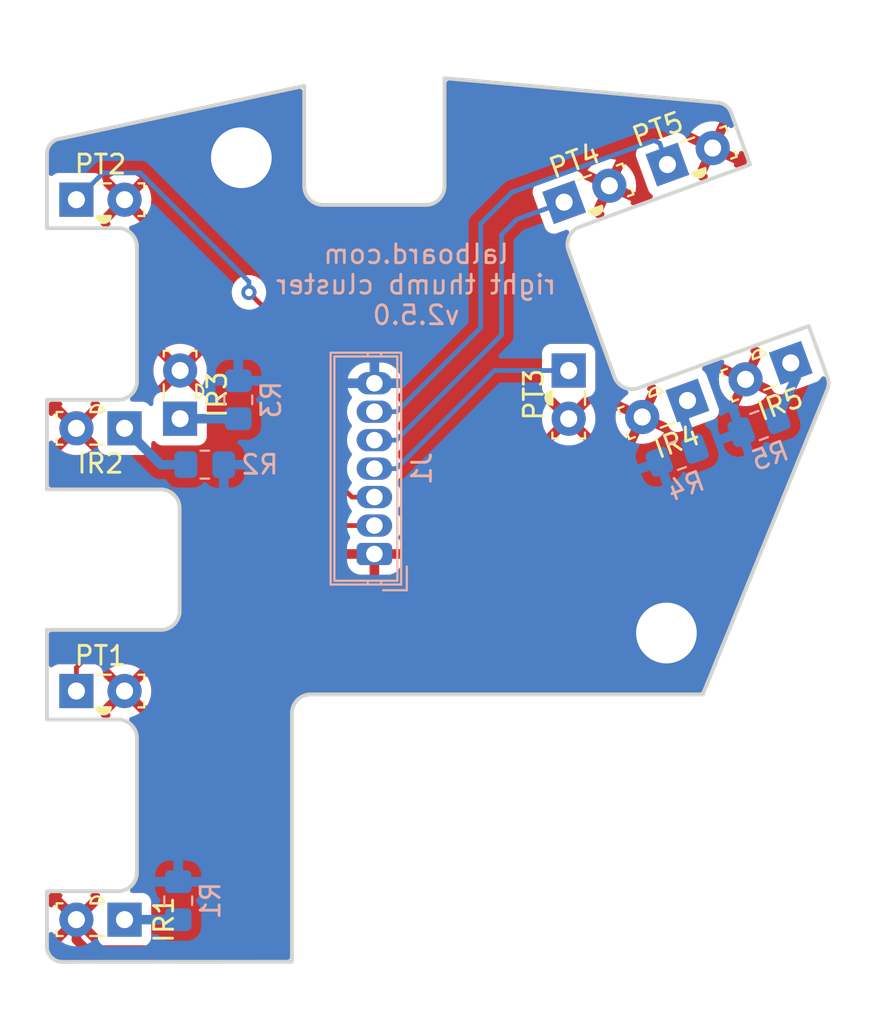
<source format=kicad_pcb>
(kicad_pcb (version 20221018) (generator pcbnew)
  (layers (0 "F.Cu" signal) (31 "B.Cu" signal) (34 "B.Paste" user) (35 "F.Paste" user) (36 "B.SilkS" user "B.Silkscreen") (37 "F.SilkS" user "F.Silkscreen") (38 "B.Mask" user) (39 "F.Mask" user) (44 "Edge.Cuts" user))
  (net 0 "")
  (net 1 "Net-(IR1-K)")
  (net 2 "+3.3V")
  (net 3 "Net-(IR2-K)")
  (net 4 "Net-(IR3-K)")
  (net 5 "Net-(IR4-K)")
  (net 6 "Net-(IR5-K)")
  (net 7 "C1")
  (net 8 "C3")
  (net 9 "C4")
  (net 10 "C5")
  (net 11 "GND")
  (net 12 "C2")
  (footprint "lalboard:IR908-7C-F" (layer "F.Cu") (at 129.570001 106.472918 180)
    (fp_text reference "IR1" (at -2.08 0 90) (layer "F.SilkS"))
    (fp_text value "IR908-7C-F")
    (fp_line (start 1.08 -0.861) (end 1.811 -0.861) (stroke (width 0.12)) (layer "F.SilkS"))
    (fp_line (start 1.08 0.861) (end 1.8 0.861) (stroke (width 0.12)) (layer "F.SilkS"))
    (fp_line (start 1.08 0.861) (end 1.811 0.861) (stroke (width 0.12)) (layer "F.SilkS"))
    (fp_line (start 3.27 -0.861) (end 3.58 -0.861) (stroke (width 0.12)) (layer "F.SilkS"))
    (fp_line (start 3.27 0.861) (end 3.58 0.861) (stroke (width 0.12)) (layer "F.SilkS"))
    (fp_line (start 3.58 -0.861) (end 3.58 -0.555) (stroke (width 0.12)) (layer "F.SilkS"))
    (fp_line (start 3.58 0.555) (end 3.58 0.861) (stroke (width 0.12)) (layer "F.SilkS"))
    (fp_arc (start 1.8 0.861) (mid 1.44 1.221) (end 1.08 0.861) (stroke (width 0.12)) (layer "F.SilkS"))
    (pad "1" thru_hole rect (at 0 0 180) (size 1.8 1.8) (drill 0.9) (layers "*.Cu" "*.Mask") (net 1 "Net-(IR1-K)"))
    (pad "2" thru_hole circle (at 2.54 0 180) (size 1.8 1.8) (drill 0.9) (layers "*.Cu" "*.Mask") (net 2 "+3.3V"))
  )
  (footprint "lalboard:IR908-7C-F" (layer "F.Cu") (at 132.500001 80.07 90)
    (fp_text reference "IR3" (at 1.27 1.949999 90) (layer "F.SilkS"))
    (fp_text value "IR908-7C-F")
    (fp_line (start 1.08 -0.861) (end 1.811 -0.861) (stroke (width 0.12)) (layer "F.SilkS"))
    (fp_line (start 1.08 0.861) (end 1.8 0.861) (stroke (width 0.12)) (layer "F.SilkS"))
    (fp_line (start 1.08 0.861) (end 1.811 0.861) (stroke (width 0.12)) (layer "F.SilkS"))
    (fp_line (start 3.27 -0.861) (end 3.58 -0.861) (stroke (width 0.12)) (layer "F.SilkS"))
    (fp_line (start 3.27 0.861) (end 3.58 0.861) (stroke (width 0.12)) (layer "F.SilkS"))
    (fp_line (start 3.58 -0.861) (end 3.58 -0.555) (stroke (width 0.12)) (layer "F.SilkS"))
    (fp_line (start 3.58 0.555) (end 3.58 0.861) (stroke (width 0.12)) (layer "F.SilkS"))
    (fp_arc (start 1.8 0.861) (mid 1.44 1.221) (end 1.08 0.861) (stroke (width 0.12)) (layer "F.SilkS"))
    (pad "1" thru_hole rect (at 0 0 90) (size 1.8 1.8) (drill 0.9) (layers "*.Cu" "*.Mask") (net 4 "Net-(IR3-K)"))
    (pad "2" thru_hole circle (at 2.54 0 90) (size 1.8 1.8) (drill 0.9) (layers "*.Cu" "*.Mask") (net 2 "+3.3V"))
  )
  (footprint "lalboard:IR908-7C-F" (layer "F.Cu") (at 159.265296 79.110913 -160)
    (fp_text reference "IR4" (at 1.27 -1.86 20) (layer "F.SilkS"))
    (fp_text value "IR908-7C-F")
    (fp_line (start 1.08 -0.861) (end 1.811 -0.861) (stroke (width 0.12)) (layer "F.SilkS"))
    (fp_line (start 1.08 0.861) (end 1.8 0.861) (stroke (width 0.12)) (layer "F.SilkS"))
    (fp_line (start 1.08 0.861) (end 1.811 0.861) (stroke (width 0.12)) (layer "F.SilkS"))
    (fp_line (start 3.27 -0.861) (end 3.58 -0.861) (stroke (width 0.12)) (layer "F.SilkS"))
    (fp_line (start 3.27 0.861) (end 3.58 0.861) (stroke (width 0.12)) (layer "F.SilkS"))
    (fp_line (start 3.58 -0.861) (end 3.58 -0.555) (stroke (width 0.12)) (layer "F.SilkS"))
    (fp_line (start 3.58 0.555) (end 3.58 0.861) (stroke (width 0.12)) (layer "F.SilkS"))
    (fp_arc (start 1.8 0.861) (mid 1.44 1.221) (end 1.08 0.861) (stroke (width 0.12)) (layer "F.SilkS"))
    (pad "1" thru_hole rect (at 0 0 200) (size 1.8 1.8) (drill 0.9) (layers "*.Cu" "*.Mask") (net 5 "Net-(IR4-K)"))
    (pad "2" thru_hole circle (at 2.54 0 200) (size 1.8 1.8) (drill 0.9) (layers "*.Cu" "*.Mask") (net 2 "+3.3V"))
  )
  (footprint "lalboard:IR908-7C-F" (layer "F.Cu") (at 164.715513 77.127196 -160)
    (fp_text reference "IR5" (at 1.27 -1.86 20) (layer "F.SilkS"))
    (fp_text value "IR908-7C-F")
    (fp_line (start 1.08 -0.861) (end 1.811 -0.861) (stroke (width 0.12)) (layer "F.SilkS"))
    (fp_line (start 1.08 0.861) (end 1.8 0.861) (stroke (width 0.12)) (layer "F.SilkS"))
    (fp_line (start 1.08 0.861) (end 1.811 0.861) (stroke (width 0.12)) (layer "F.SilkS"))
    (fp_line (start 3.27 -0.861) (end 3.58 -0.861) (stroke (width 0.12)) (layer "F.SilkS"))
    (fp_line (start 3.27 0.861) (end 3.58 0.861) (stroke (width 0.12)) (layer "F.SilkS"))
    (fp_line (start 3.58 -0.861) (end 3.58 -0.555) (stroke (width 0.12)) (layer "F.SilkS"))
    (fp_line (start 3.58 0.555) (end 3.58 0.861) (stroke (width 0.12)) (layer "F.SilkS"))
    (fp_arc (start 1.8 0.861) (mid 1.44 1.221) (end 1.08 0.861) (stroke (width 0.12)) (layer "F.SilkS"))
    (pad "1" thru_hole rect (at 0 0 200) (size 1.8 1.8) (drill 0.9) (layers "*.Cu" "*.Mask") (net 6 "Net-(IR5-K)"))
    (pad "2" thru_hole circle (at 2.54 0 200) (size 1.8 1.8) (drill 0.9) (layers "*.Cu" "*.Mask") (net 2 "+3.3V"))
  )
  (footprint "lalboard:PT908-7C-F" (layer "F.Cu") (at 127.03 94.422918)
    (fp_text reference "PT1" (at 1.27 -1.86) (layer "F.SilkS"))
    (fp_text value "PT908-7B-F")
    (fp_line (start 1.08 -0.861) (end 1.811 -0.861) (stroke (width 0.12)) (layer "F.SilkS"))
    (fp_line (start 1.08 0.861) (end 1.8 0.861) (stroke (width 0.12)) (layer "F.SilkS"))
    (fp_line (start 1.08 0.861) (end 1.811 0.861) (stroke (width 0.12)) (layer "F.SilkS"))
    (fp_line (start 3.27 -0.861) (end 3.58 -0.861) (stroke (width 0.12)) (layer "F.SilkS"))
    (fp_line (start 3.27 0.861) (end 3.58 0.861) (stroke (width 0.12)) (layer "F.SilkS"))
    (fp_line (start 3.58 -0.861) (end 3.58 -0.555) (stroke (width 0.12)) (layer "F.SilkS"))
    (fp_line (start 3.58 0.555) (end 3.58 0.861) (stroke (width 0.12)) (layer "F.SilkS"))
    (fp_arc (start 1.8 0.861) (mid 1.44 1.221) (end 1.08 0.861) (stroke (width 0.12)) (layer "F.SilkS"))
    (fp_poly (pts (xy 1.57 1.121) (xy 1.28 1.121) (xy 1.16 0.931) (xy 1.16 0.921) (xy 1.73 0.921)) (stroke (width 0.1)) (fill solid) (layer "F.SilkS"))
    (pad "1" thru_hole rect (at 0 0) (size 1.8 1.8) (drill 0.9) (layers "*.Cu" "*.Mask") (net 7 "C1"))
    (pad "2" thru_hole circle (at 2.54 0) (size 1.8 1.8) (drill 0.9) (layers "*.Cu" "*.Mask") (net 2 "+3.3V"))
  )
  (footprint "lalboard:PT908-7C-F" (layer "F.Cu") (at 152.999999 77.53 -90)
    (fp_text reference "PT3" (at 1.27 1.849999 90) (layer "F.SilkS"))
    (fp_text value "PT908-7B-F")
    (fp_line (start 1.08 -0.861) (end 1.811 -0.861) (stroke (width 0.12)) (layer "F.SilkS"))
    (fp_line (start 1.08 0.861) (end 1.8 0.861) (stroke (width 0.12)) (layer "F.SilkS"))
    (fp_line (start 1.08 0.861) (end 1.811 0.861) (stroke (width 0.12)) (layer "F.SilkS"))
    (fp_line (start 3.27 -0.861) (end 3.58 -0.861) (stroke (width 0.12)) (layer "F.SilkS"))
    (fp_line (start 3.27 0.861) (end 3.58 0.861) (stroke (width 0.12)) (layer "F.SilkS"))
    (fp_line (start 3.58 -0.861) (end 3.58 -0.555) (stroke (width 0.12)) (layer "F.SilkS"))
    (fp_line (start 3.58 0.555) (end 3.58 0.861) (stroke (width 0.12)) (layer "F.SilkS"))
    (fp_arc (start 1.8 0.861) (mid 1.44 1.221) (end 1.08 0.861) (stroke (width 0.12)) (layer "F.SilkS"))
    (fp_poly (pts (xy 1.57 1.121) (xy 1.28 1.121) (xy 1.16 0.931) (xy 1.16 0.921) (xy 1.73 0.921)) (stroke (width 0.1)) (fill solid) (layer "F.SilkS"))
    (pad "1" thru_hole rect (at 0 0 270) (size 1.8 1.8) (drill 0.9) (layers "*.Cu" "*.Mask") (net 8 "C3"))
    (pad "2" thru_hole circle (at 2.54 0 270) (size 1.8 1.8) (drill 0.9) (layers "*.Cu" "*.Mask") (net 2 "+3.3V"))
  )
  (footprint "lalboard:PT908-7C-F" (layer "F.Cu") (at 152.757134 68.656348 20)
    (fp_text reference "PT4" (at 1.27 -1.86 20) (layer "F.SilkS"))
    (fp_text value "PT908-7B-F")
    (fp_line (start 1.08 -0.861) (end 1.811 -0.861) (stroke (width 0.12)) (layer "F.SilkS"))
    (fp_line (start 1.08 0.861) (end 1.8 0.861) (stroke (width 0.12)) (layer "F.SilkS"))
    (fp_line (start 1.08 0.861) (end 1.811 0.861) (stroke (width 0.12)) (layer "F.SilkS"))
    (fp_line (start 3.27 -0.861) (end 3.58 -0.861) (stroke (width 0.12)) (layer "F.SilkS"))
    (fp_line (start 3.27 0.861) (end 3.58 0.861) (stroke (width 0.12)) (layer "F.SilkS"))
    (fp_line (start 3.58 -0.861) (end 3.58 -0.555) (stroke (width 0.12)) (layer "F.SilkS"))
    (fp_line (start 3.58 0.555) (end 3.58 0.861) (stroke (width 0.12)) (layer "F.SilkS"))
    (fp_arc (start 1.8 0.861) (mid 1.44 1.221) (end 1.08 0.861) (stroke (width 0.12)) (layer "F.SilkS"))
    (fp_poly (pts (xy 1.57 1.121) (xy 1.28 1.121) (xy 1.16 0.931) (xy 1.16 0.921) (xy 1.73 0.921)) (stroke (width 0.1)) (fill solid) (layer "F.SilkS"))
    (pad "1" thru_hole rect (at 0 0 20) (size 1.8 1.8) (drill 0.9) (layers "*.Cu" "*.Mask") (net 9 "C4"))
    (pad "2" thru_hole circle (at 2.54 0 20) (size 1.8 1.8) (drill 0.9) (layers "*.Cu" "*.Mask") (net 2 "+3.3V"))
  )
  (footprint "lalboard:PT908-7C-F" (layer "F.Cu") (at 158.207351 66.672631 20)
    (fp_text reference "PT5" (at 0.158981 -1.916679 20) (layer "F.SilkS"))
    (fp_text value "PT908-7B-F")
    (fp_line (start 1.08 -0.861) (end 1.811 -0.861) (stroke (width 0.12)) (layer "F.SilkS"))
    (fp_line (start 1.08 0.861) (end 1.8 0.861) (stroke (width 0.12)) (layer "F.SilkS"))
    (fp_line (start 1.08 0.861) (end 1.811 0.861) (stroke (width 0.12)) (layer "F.SilkS"))
    (fp_line (start 3.27 -0.861) (end 3.58 -0.861) (stroke (width 0.12)) (layer "F.SilkS"))
    (fp_line (start 3.27 0.861) (end 3.58 0.861) (stroke (width 0.12)) (layer "F.SilkS"))
    (fp_line (start 3.58 -0.861) (end 3.58 -0.555) (stroke (width 0.12)) (layer "F.SilkS"))
    (fp_line (start 3.58 0.555) (end 3.58 0.861) (stroke (width 0.12)) (layer "F.SilkS"))
    (fp_arc (start 1.8 0.861) (mid 1.44 1.221) (end 1.08 0.861) (stroke (width 0.12)) (layer "F.SilkS"))
    (fp_poly (pts (xy 1.57 1.121) (xy 1.28 1.121) (xy 1.16 0.931) (xy 1.16 0.921) (xy 1.73 0.921)) (stroke (width 0.1)) (fill solid) (layer "F.SilkS"))
    (pad "1" thru_hole rect (at 0 0 20) (size 1.8 1.8) (drill 0.9) (layers "*.Cu" "*.Mask") (net 10 "C5"))
    (pad "2" thru_hole circle (at 2.54 0 20) (size 1.8 1.8) (drill 0.9) (layers "*.Cu" "*.Mask") (net 2 "+3.3V"))
  )
  (footprint "lalboard:PT908-7C-F" (layer "F.Cu") (at 127.03 68.524998)
    (fp_text reference "PT2" (at 1.27 -1.86) (layer "F.SilkS"))
    (fp_text value "PT908-7B-F")
    (fp_line (start 1.08 -0.861) (end 1.811 -0.861) (stroke (width 0.12)) (layer "F.SilkS"))
    (fp_line (start 1.08 0.861) (end 1.8 0.861) (stroke (width 0.12)) (layer "F.SilkS"))
    (fp_line (start 1.08 0.861) (end 1.811 0.861) (stroke (width 0.12)) (layer "F.SilkS"))
    (fp_line (start 3.27 -0.861) (end 3.58 -0.861) (stroke (width 0.12)) (layer "F.SilkS"))
    (fp_line (start 3.27 0.861) (end 3.58 0.861) (stroke (width 0.12)) (layer "F.SilkS"))
    (fp_line (start 3.58 -0.861) (end 3.58 -0.555) (stroke (width 0.12)) (layer "F.SilkS"))
    (fp_line (start 3.58 0.555) (end 3.58 0.861) (stroke (width 0.12)) (layer "F.SilkS"))
    (fp_arc (start 1.8 0.861) (mid 1.44 1.221) (end 1.08 0.861) (stroke (width 0.12)) (layer "F.SilkS"))
    (fp_poly (pts (xy 1.57 1.121) (xy 1.28 1.121) (xy 1.16 0.931) (xy 1.16 0.921) (xy 1.73 0.921)) (stroke (width 0.1)) (fill solid) (layer "F.SilkS"))
    (pad "1" thru_hole rect (at 0 0) (size 1.8 1.8) (drill 0.9) (layers "*.Cu" "*.Mask") (net 12 "C2"))
    (pad "2" thru_hole circle (at 2.54 0) (size 1.8 1.8) (drill 0.9) (layers "*.Cu" "*.Mask") (net 2 "+3.3V"))
  )
  (footprint "lalboard:IR908-7C-F" (layer "F.Cu") (at 129.569999 80.574998 180)
    (fp_text reference "IR2" (at 1.27 -1.86) (layer "F.SilkS"))
    (fp_text value "IR908-7C-F")
    (fp_line (start 1.08 -0.861) (end 1.811 -0.861) (stroke (width 0.12)) (layer "F.SilkS"))
    (fp_line (start 1.08 0.861) (end 1.8 0.861) (stroke (width 0.12)) (layer "F.SilkS"))
    (fp_line (start 1.08 0.861) (end 1.811 0.861) (stroke (width 0.12)) (layer "F.SilkS"))
    (fp_line (start 3.27 -0.861) (end 3.58 -0.861) (stroke (width 0.12)) (layer "F.SilkS"))
    (fp_line (start 3.27 0.861) (end 3.58 0.861) (stroke (width 0.12)) (layer "F.SilkS"))
    (fp_line (start 3.58 -0.861) (end 3.58 -0.555) (stroke (width 0.12)) (layer "F.SilkS"))
    (fp_line (start 3.58 0.555) (end 3.58 0.861) (stroke (width 0.12)) (layer "F.SilkS"))
    (fp_arc (start 1.8 0.861) (mid 1.44 1.221) (end 1.08 0.861) (stroke (width 0.12)) (layer "F.SilkS"))
    (pad "1" thru_hole rect (at 0 0 180) (size 1.8 1.8) (drill 0.9) (layers "*.Cu" "*.Mask") (net 3 "Net-(IR2-K)"))
    (pad "2" thru_hole circle (at 2.54 0 180) (size 1.8 1.8) (drill 0.9) (layers "*.Cu" "*.Mask") (net 2 "+3.3V"))
  )
  (footprint "MountingHole:MountingHole_3.2mm_M3_Pad" (layer "F.Cu") (at 135.731126 66.31212)
    (fp_text reference "H2" hide)
    (fp_text value "MountingHole_Pad")
    (pad "1" thru_hole circle (at 0 0 10) (size 4.5 4.5) (drill 3.2) (layers "*.Cu" "*.Mask") (net 11 "GND"))
  )
  (footprint "MountingHole:MountingHole_3.2mm_M3_Pad" (layer "F.Cu") (at 158.154844 91.366078)
    (fp_text reference "H1" hide)
    (fp_text value "MountingHole_Pad")
    (pad "1" thru_hole circle (at 0 0) (size 4.5 4.5) (drill 3.2) (layers "*.Cu" "*.Mask") (net 11 "GND"))
  )
  (footprint "lalboard:JST_ZH_B7B-ZR_1x07_P1.50mm_Vertical" (layer "B.Cu") (at 142.749999 87.199999 90)
    (fp_text reference "J1" (at 4.5 2.5 90) (layer "B.SilkS") (effects (justify mirror)))
    (fp_text value "Conn_01x07")
    (fp_line (start -1.91 1.71) (end -1.91 0.46) (stroke (width 0.12)) (layer "B.SilkS"))
    (fp_line (start -1.61 -2.31) (end 10.61 -2.31) (stroke (width 0.12)) (layer "B.SilkS"))
    (fp_line (start -1.61 0.35) (end -1.41 0.35) (stroke (width 0.12)) (layer "B.SilkS"))
    (fp_line (start -1.61 1.41) (end -1.61 -2.31) (stroke (width 0.12)) (layer "B.SilkS"))
    (fp_line (start -1.41 -2.11) (end 10.41 -2.11) (stroke (width 0.12)) (layer "B.SilkS"))
    (fp_line (start -1.41 -0.35) (end -1.61 -0.35) (stroke (width 0.12)) (layer "B.SilkS"))
    (fp_line (start -1.41 -0.35) (end -1.41 -2.11) (stroke (width 0.12)) (layer "B.SilkS"))
    (fp_line (start -1.41 0.35) (end -1.41 -0.35) (stroke (width 0.12)) (layer "B.SilkS"))
    (fp_line (start -1.41 0.35) (end -1.41 1.21) (stroke (width 0.12)) (layer "B.SilkS"))
    (fp_line (start -1.41 1.21) (end 10.41 1.21) (stroke (width 0.12)) (layer "B.SilkS"))
    (fp_line (start -0.66 1.71) (end -1.91 1.71) (stroke (width 0.12)) (layer "B.SilkS"))
    (fp_line (start 10.41 -2.11) (end 10.41 -0.35) (stroke (width 0.12)) (layer "B.SilkS"))
    (fp_line (start 10.41 -0.35) (end 10.61 -0.35) (stroke (width 0.12)) (layer "B.SilkS"))
    (fp_line (start 10.41 0.35) (end 10.41 -0.35) (stroke (width 0.12)) (layer "B.SilkS"))
    (fp_line (start 10.41 0.35) (end 10.61 0.35) (stroke (width 0.12)) (layer "B.SilkS"))
    (fp_line (start 10.41 1.21) (end 10.41 0.35) (stroke (width 0.12)) (layer "B.SilkS"))
    (fp_line (start 10.61 -2.31) (end 10.61 1.41) (stroke (width 0.12)) (layer "B.SilkS"))
    (fp_line (start 10.61 1.41) (end -1.61 1.41) (stroke (width 0.12)) (layer "B.SilkS"))
    (pad "1" thru_hole roundrect (at 0 0 90) (size 1.17 1.87) (drill 0.87) (layers "*.Cu" "*.Mask") (roundrect_rratio 0.2136752137) (net 2 "+3.3V"))
    (pad "2" thru_hole oval (at 1.5 0 90) (size 1.17 1.87) (drill 0.87) (layers "*.Cu" "*.Mask") (net 7 "C1"))
    (pad "3" thru_hole oval (at 3 0 90) (size 1.17 1.87) (drill 0.87) (layers "*.Cu" "*.Mask") (net 12 "C2"))
    (pad "4" thru_hole oval (at 4.5 0 90) (size 1.17 1.87) (drill 0.87) (layers "*.Cu" "*.Mask") (net 8 "C3"))
    (pad "5" thru_hole oval (at 6 0 90) (size 1.17 1.87) (drill 0.87) (layers "*.Cu" "*.Mask") (net 9 "C4"))
    (pad "6" thru_hole oval (at 7.5 0 90) (size 1.17 1.87) (drill 0.87) (layers "*.Cu" "*.Mask") (net 10 "C5"))
    (pad "7" thru_hole oval (at 9 0 90) (size 1.17 1.87) (drill 0.87) (layers "*.Cu" "*.Mask") (net 11 "GND"))
  )
  (footprint "Resistor_SMD:R_0805_2012Metric_Pad1.20x1.40mm_HandSolder" (layer "B.Cu") (at 158.719081 82.002666 20)
    (fp_text reference "R4" (at -0.114812 1.680543 20) (layer "B.SilkS") (effects (justify mirror)))
    (fp_text value "180")
    (fp_line (start -0.227064 -0.735) (end 0.227064 -0.735) (stroke (width 0.12)) (layer "B.SilkS"))
    (fp_line (start -0.227064 0.735) (end 0.227064 0.735) (stroke (width 0.12)) (layer "B.SilkS"))
    (pad "1" smd roundrect (at -1 0 20) (size 1.2 1.4) (layers "B.Cu" "B.Paste" "B.Mask") (roundrect_rratio 0.2083333333) (net 11 "GND"))
    (pad "2" smd roundrect (at 1 0 20) (size 1.2 1.4) (layers "B.Cu" "B.Paste" "B.Mask") (roundrect_rratio 0.2083333333) (net 5 "Net-(IR4-K)"))
  )
  (footprint "Resistor_SMD:R_0805_2012Metric_Pad1.20x1.40mm_HandSolder" (layer "B.Cu") (at 135.57 79.07 -90)
    (fp_text reference "R3" (at 0.000001 -1.733083 90) (layer "B.SilkS") (effects (justify mirror)))
    (fp_text value "120")
    (fp_line (start -0.227064 -0.735) (end 0.227064 -0.735) (stroke (width 0.12)) (layer "B.SilkS"))
    (fp_line (start -0.227064 0.735) (end 0.227064 0.735) (stroke (width 0.12)) (layer "B.SilkS"))
    (pad "1" smd roundrect (at -1 0 270) (size 1.2 1.4) (layers "B.Cu" "B.Paste" "B.Mask") (roundrect_rratio 0.2083333333) (net 11 "GND"))
    (pad "2" smd roundrect (at 1 0 270) (size 1.2 1.4) (layers "B.Cu" "B.Paste" "B.Mask") (roundrect_rratio 0.2083333333) (net 4 "Net-(IR3-K)"))
  )
  (footprint "Resistor_SMD:R_0805_2012Metric_Pad1.20x1.40mm_HandSolder" (layer "B.Cu") (at 132.403083 105.472918 -90)
    (fp_text reference "R1" (at 0.000001 -1.7 90) (layer "B.SilkS") (effects (justify mirror)))
    (fp_text value "56")
    (fp_line (start -0.227064 -0.735) (end 0.227064 -0.735) (stroke (width 0.12)) (layer "B.SilkS"))
    (fp_line (start -0.227064 0.735) (end 0.227064 0.735) (stroke (width 0.12)) (layer "B.SilkS"))
    (pad "1" smd roundrect (at -1 0 270) (size 1.2 1.4) (layers "B.Cu" "B.Paste" "B.Mask") (roundrect_rratio 0.2083333333) (net 11 "GND"))
    (pad "2" smd roundrect (at 1 0 270) (size 1.2 1.4) (layers "B.Cu" "B.Paste" "B.Mask") (roundrect_rratio 0.2083333333) (net 1 "Net-(IR1-K)"))
  )
  (footprint "Resistor_SMD:R_0805_2012Metric_Pad1.20x1.40mm_HandSolder" (layer "B.Cu") (at 133.803083 82.490832 180)
    (fp_text reference "R2" (at -2.9 0) (layer "B.SilkS") (effects (justify mirror)))
    (fp_text value "100")
    (fp_line (start -0.227064 -0.735) (end 0.227064 -0.735) (stroke (width 0.12)) (layer "B.SilkS"))
    (fp_line (start -0.227064 0.735) (end 0.227064 0.735) (stroke (width 0.12)) (layer "B.SilkS"))
    (pad "1" smd roundrect (at -1 0 180) (size 1.2 1.4) (layers "B.Cu" "B.Paste" "B.Mask") (roundrect_rratio 0.2083333333) (net 11 "GND"))
    (pad "2" smd roundrect (at 1 0 180) (size 1.2 1.4) (layers "B.Cu" "B.Paste" "B.Mask") (roundrect_rratio 0.2083333333) (net 3 "Net-(IR2-K)"))
  )
  (footprint "Resistor_SMD:R_0805_2012Metric_Pad1.20x1.40mm_HandSolder" (layer "B.Cu") (at 163.041667 80.429373 20)
    (fp_text reference "R5" (at 0 1.7 20) (layer "B.SilkS") (effects (justify mirror)))
    (fp_text value "150")
    (fp_line (start -0.227064 -0.735) (end 0.227064 -0.735) (stroke (width 0.12)) (layer "B.SilkS"))
    (fp_line (start -0.227064 0.735) (end 0.227064 0.735) (stroke (width 0.12)) (layer "B.SilkS"))
    (pad "1" smd roundrect (at -1 0 20) (size 1.2 1.4) (layers "B.Cu" "B.Paste" "B.Mask") (roundrect_rratio 0.2083333333) (net 11 "GND"))
    (pad "2" smd roundrect (at 1 0 20) (size 1.2 1.4) (layers "B.Cu" "B.Paste" "B.Mask") (roundrect_rratio 0.2083333333) (net 6 "Net-(IR5-K)"))
  )
  (gr_arc (start 140.05 68.8) (mid 139.342887 68.507112) (end 139.05 67.799999) (stroke (width 0.2)) (layer "Edge.Cuts"))
  (gr_line (start 160.073735 94.6) (end 166.635469 78.550251) (stroke (width 0.2)) (layer "Edge.Cuts"))
  (gr_line (start 139.05 62.524503) (end 126.212558 65.30244) (stroke (width 0.2)) (layer "Edge.Cuts"))
  (gr_line (start 165.663705 75.185815) (end 156.689641 78.452109) (stroke (width 0.2)) (layer "Edge.Cuts"))
  (gr_line (start 131.475002 91.198958) (end 125.475 91.198959) (stroke (width 0.2)) (layer "Edge.Cuts"))
  (gr_arc (start 160.811672 63.406625) (mid 161.273251 63.549968) (end 161.568014 63.932996) (stroke (width 0.2)) (layer "Edge.Cuts"))
  (gr_line (start 129.225 104.972918) (end 125.475 104.972917) (stroke (width 0.2)) (layer "Edge.Cuts"))
  (gr_line (start 132.475 84.798959) (end 132.475 90.198959) (stroke (width 0.2)) (layer "Edge.Cuts"))
  (gr_arc (start 152.996685 71.229603) (mid 153.030088 70.464981) (end 153.594358 69.94789) (stroke (width 0.2)) (layer "Edge.Cuts"))
  (gr_line (start 125.47861 66.175918) (end 125.475 67.100389) (stroke (width 0.2)) (layer "Edge.Cuts"))
  (gr_arc (start 146.45 67.799999) (mid 146.157113 68.507121) (end 145.45 68.8) (stroke (width 0.2)) (layer "Edge.Cuts"))
  (gr_line (start 129.225 79.074998) (end 125.475 79.074999) (stroke (width 0.2)) (layer "Edge.Cuts"))
  (gr_line (start 130.224999 96.922917) (end 130.224999 103.972917) (stroke (width 0.2)) (layer "Edge.Cuts"))
  (gr_line (start 139.05 67.799999) (end 139.05 62.524503) (stroke (width 0.2)) (layer "Edge.Cuts"))
  (gr_line (start 125.475 91.198959) (end 125.475 95.922917) (stroke (width 0.2)) (layer "Edge.Cuts"))
  (gr_arc (start 126.275105 108.697916) (mid 125.70934 108.463645) (end 125.475 107.897917) (stroke (width 0.2)) (layer "Edge.Cuts"))
  (gr_line (start 125.475 79.074999) (end 125.475 83.798958) (stroke (width 0.2)) (layer "Edge.Cuts"))
  (gr_line (start 146.45 62.118895) (end 146.45 67.799999) (stroke (width 0.2)) (layer "Edge.Cuts"))
  (gr_arc (start 138.4 95.6) (mid 138.692899 94.892908) (end 139.4 94.599999) (stroke (width 0.2)) (layer "Edge.Cuts"))
  (gr_arc (start 131.475 83.798958) (mid 132.182081 84.09186) (end 132.475 84.798959) (stroke (width 0.2)) (layer "Edge.Cuts"))
  (gr_line (start 153.594358 69.94789) (end 162.568423 66.681597) (stroke (width 0.2)) (layer "Edge.Cuts"))
  (gr_line (start 126.275106 108.697918) (end 138.4 108.693369) (stroke (width 0.2)) (layer "Edge.Cuts"))
  (gr_arc (start 129.224999 70.025) (mid 129.9321 70.317897) (end 130.225 71.024998) (stroke (width 0.2)) (layer "Edge.Cuts"))
  (gr_arc (start 125.47861 66.175917) (mid 125.662521 65.585367) (end 126.212558 65.30244) (stroke (width 0.2)) (layer "Edge.Cuts"))
  (gr_arc (start 130.225 78.074999) (mid 129.932113 78.782121) (end 129.225 79.074998) (stroke (width 0.2)) (layer "Edge.Cuts"))
  (gr_line (start 139.4 94.599999) (end 160.073735 94.6) (stroke (width 0.2)) (layer "Edge.Cuts"))
  (gr_line (start 125.475 95.922917) (end 129.225 95.922918) (stroke (width 0.2)) (layer "Edge.Cuts"))
  (gr_arc (start 130.225 103.972917) (mid 129.932107 104.680028) (end 129.225 104.972918) (stroke (width 0.2)) (layer "Edge.Cuts"))
  (gr_arc (start 132.475 90.198957) (mid 132.182093 90.906041) (end 131.475002 91.198958) (stroke (width 0.2)) (layer "Edge.Cuts"))
  (gr_line (start 160.811672 63.406625) (end 146.45 62.118895) (stroke (width 0.2)) (layer "Edge.Cuts"))
  (gr_line (start 138.4 108.693369) (end 138.4 95.6) (stroke (width 0.2)) (layer "Edge.Cuts"))
  (gr_line (start 155.407928 77.854435) (end 152.996686 71.229602) (stroke (width 0.2)) (layer "Edge.Cuts"))
  (gr_arc (start 129.225 95.922919) (mid 129.932093 96.215818) (end 130.224999 96.922917) (stroke (width 0.2)) (layer "Edge.Cuts"))
  (gr_line (start 130.225 71.024998) (end 130.225001 78.074998) (stroke (width 0.2)) (layer "Edge.Cuts"))
  (gr_line (start 162.568423 66.681597) (end 161.568014 63.932996) (stroke (width 0.2)) (layer "Edge.Cuts"))
  (gr_line (start 166.664114 77.934416) (end 165.663705 75.185815) (stroke (width 0.2)) (layer "Edge.Cuts"))
  (gr_arc (start 156.68964 78.452109) (mid 155.92498 78.418745) (end 155.407928 77.854435) (stroke (width 0.2)) (layer "Edge.Cuts"))
  (gr_arc (start 166.664114 77.934416) (mid 166.71149 78.245202) (end 166.635469 78.550251) (stroke (width 0.2)) (layer "Edge.Cuts"))
  (gr_line (start 125.475 67.100389) (end 125.475 70.024999) (stroke (width 0.2)) (layer "Edge.Cuts"))
  (gr_line (start 125.475 70.024999) (end 129.225 70.024998) (stroke (width 0.2)) (layer "Edge.Cuts"))
  (gr_line (start 145.45 68.8) (end 140.05 68.8) (stroke (width 0.2)) (layer "Edge.Cuts"))
  (gr_line (start 125.475 104.972917) (end 125.475 107.897917) (stroke (width 0.2)) (layer "Edge.Cuts"))
  (gr_line (start 125.475 83.798958) (end 131.475 83.798958) (stroke (width 0.2)) (layer "Edge.Cuts"))
  (gr_text "lalboard.com\nright thumb cluster\nv2.5.0" (at 144.95 73) (layer "B.SilkS") (effects (font (size 1 1)) (justify mirror)))
  (segment (start 132.403083 106.472918) (end 129.570001 106.472918) (width 0.5) (layer "B.Cu") (net 1))
  (segment (start 131.47 108.072917) (end 132.07 107.472918) (width 0.5) (layer "F.Cu") (net 2))
  (segment (start 127.03 106.472918) (end 127.03 107.532918) (width 0.5) (layer "F.Cu") (net 2))
  (segment (start 127.03 107.532918) (end 127.57 108.072918) (width 0.5) (layer "F.Cu") (net 2))
  (segment (start 127.57 108.072918) (end 131.47 108.072917) (width 0.5) (layer "F.Cu") (net 2))
  (segment (start 129.569999 80.574998) (end 131.485833 82.490832) (width 0.5) (layer "B.Cu") (net 3))
  (segment (start 131.485833 82.490832) (end 132.803083 82.490832) (width 0.5) (layer "B.Cu") (net 3))
  (segment (start 135.57 80.07) (end 132.500001 80.07) (width 0.5) (layer "B.Cu") (net 4))
  (segment (start 158.965078 79.754732) (end 159.265296 79.110913) (width 0.5) (layer "B.Cu") (net 5))
  (segment (start 159.658774 81.660646) (end 158.965078 79.754732) (width 0.5) (layer "B.Cu") (net 5))
  (segment (start 164.715513 77.127196) (end 164.998785 77.905478) (width 0.5) (layer "B.Cu") (net 6))
  (segment (start 164.998785 77.905478) (end 163.98136 80.087353) (width 0.5) (layer "B.Cu") (net 6))
  (segment (start 127.03 93.183482) (end 127.757134 92.456348) (width 0.25) (layer "F.Cu") (net 7))
  (segment (start 139.913482 85.699999) (end 142.75 85.699999) (width 0.25) (layer "F.Cu") (net 7))
  (segment (start 133.157134 92.456347) (end 139.913482 85.699999) (width 0.25) (layer "F.Cu") (net 7))
  (segment (start 127.757134 92.456348) (end 133.157134 92.456347) (width 0.25) (layer "F.Cu") (net 7))
  (segment (start 127.03 94.422918) (end 127.03 93.183482) (width 0.25) (layer "F.Cu") (net 7))
  (segment (start 152.999999 77.53) (end 149.083482 77.529999) (width 0.25) (layer "B.Cu") (net 8))
  (segment (start 142.75 82.7) (end 143.913483 82.699999) (width 0.25) (layer "B.Cu") (net 8))
  (segment (start 149.083482 77.529999) (end 143.913483 82.699999) (width 0.25) (layer "B.Cu") (net 8))
  (segment (start 143.913482 81.199999) (end 149.457134 75.656348) (width 0.25) (layer "B.Cu") (net 9))
  (segment (start 142.75 81.2) (end 143.913482 81.199999) (width 0.25) (layer "B.Cu") (net 9))
  (segment (start 149.457134 75.656348) (end 149.457134 70.370195) (width 0.25) (layer "B.Cu") (net 9))
  (segment (start 149.457134 70.370195) (end 150.263299 69.564029) (width 0.25) (layer "B.Cu") (net 9))
  (segment (start 152.757134 68.656348) (end 150.263299 69.564029) (width 0.25) (layer "B.Cu") (net 9))
  (segment (start 157.497969 65.405593) (end 157.796927 65.545) (width 0.25) (layer "B.Cu") (net 10))
  (segment (start 150.024163 68.125836) (end 157.497969 65.405593) (width 0.25) (layer "B.Cu") (net 10))
  (segment (start 148.357134 75.277866) (end 148.357134 69.792866) (width 0.25) (layer "B.Cu") (net 10))
  (segment (start 157.796927 65.545) (end 158.207351 66.672631) (width 0.25) (layer "B.Cu") (net 10))
  (segment (start 142.750001 79.7) (end 143.935 79.7) (width 0.25) (layer "B.Cu") (net 10))
  (segment (start 148.357134 69.792866) (end 150.024163 68.125836) (width 0.25) (layer "B.Cu") (net 10))
  (segment (start 143.935 79.7) (end 148.357134 75.277866) (width 0.25) (layer "B.Cu") (net 10))
  (segment (start 139.27 76.550997) (end 136.131126 73.412123) (width 0.25) (layer "F.Cu") (net 12))
  (segment (start 139.27 81.905) (end 139.27 76.550997) (width 0.25) (layer "F.Cu") (net 12))
  (segment (start 142.75 84.2) (end 141.565 84.2) (width 0.25) (layer "F.Cu") (net 12))
  (segment (start 141.565 84.2) (end 139.27 81.905) (width 0.25) (layer "F.Cu") (net 12))
  (via (at 136.131126 73.412123) (size 0.8) (drill 0.4) (layers "F.Cu" "B.Cu") (net 12))
  (segment (start 127.03 68.524998) (end 128.442878 67.112121) (width 0.25) (layer "B.Cu") (net 12))
  (segment (start 130.396809 67.112121) (end 136.131126 72.846438) (width 0.25) (layer "B.Cu") (net 12))
  (segment (start 128.442878 67.112121) (end 130.396809 67.112121) (width 0.25) (layer "B.Cu") (net 12))
  (segment (start 136.131126 72.846438) (end 136.131126 73.412123) (width 0.25) (layer "B.Cu") (net 12))
  (zone (net 2) (net_name "+3.3V") (layer "F.Cu") (connect_pads (clearance 0.508)) (min_thickness 0.254) (fill yes (thermal_gap 0.508) (thermal_bridge_width 0.508))
    (polygon (pts (xy 169.000001 112) (xy 123.000001 111.999999) (xy 123 58) (xy 169.000002 57.999999)))
  )
  (zone (net 11) (net_name "GND") (layer "B.Cu") (connect_pads (clearance 0.508)) (min_thickness 0.254) (fill yes (thermal_gap 0.508) (thermal_bridge_width 0.508))
    (polygon (pts (xy 169.000001 112) (xy 123.000001 111.999999) (xy 123 58) (xy 169.000002 57.999999)))
  )
)
</source>
